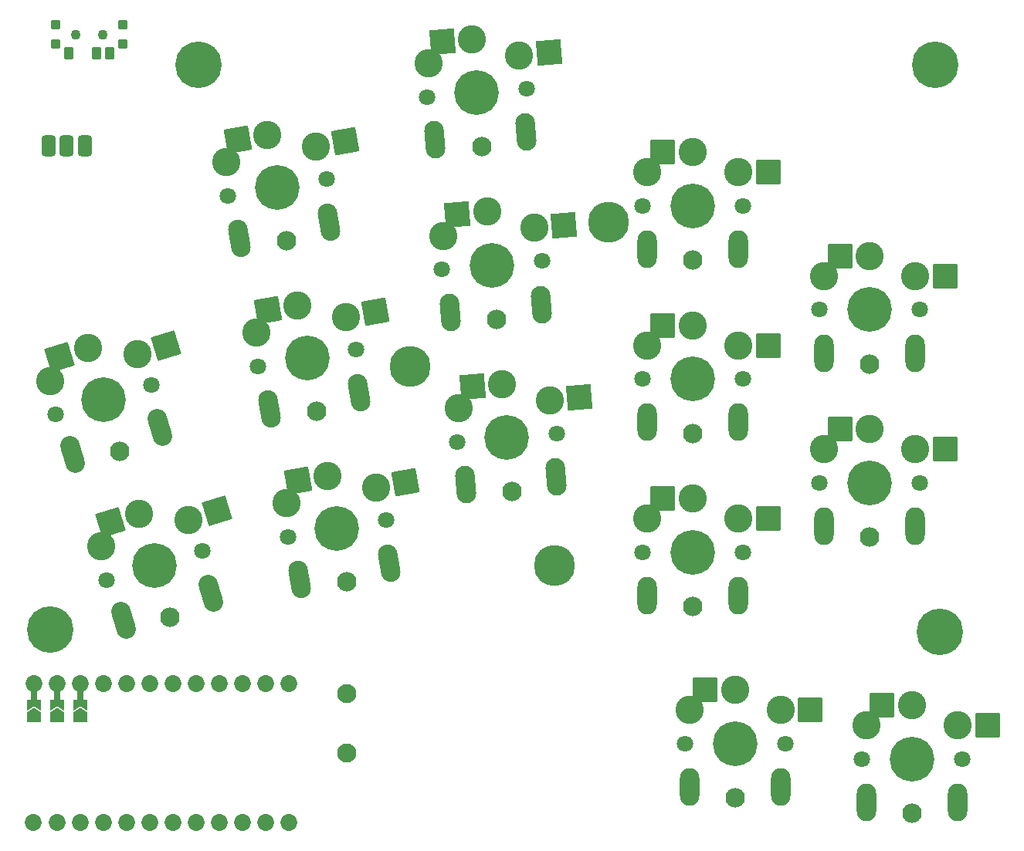
<source format=gbr>
%TF.GenerationSoftware,KiCad,Pcbnew,(6.0.4)*%
%TF.CreationDate,2022-08-11T03:07:44+02:00*%
%TF.ProjectId,wizza,77697a7a-612e-46b6-9963-61645f706362,v1.0.0*%
%TF.SameCoordinates,Original*%
%TF.FileFunction,Soldermask,Bot*%
%TF.FilePolarity,Negative*%
%FSLAX46Y46*%
G04 Gerber Fmt 4.6, Leading zero omitted, Abs format (unit mm)*
G04 Created by KiCad (PCBNEW (6.0.4)) date 2022-08-11 03:07:44*
%MOMM*%
%LPD*%
G01*
G04 APERTURE LIST*
G04 Aperture macros list*
%AMRoundRect*
0 Rectangle with rounded corners*
0 $1 Rounding radius*
0 $2 $3 $4 $5 $6 $7 $8 $9 X,Y pos of 4 corners*
0 Add a 4 corners polygon primitive as box body*
4,1,4,$2,$3,$4,$5,$6,$7,$8,$9,$2,$3,0*
0 Add four circle primitives for the rounded corners*
1,1,$1+$1,$2,$3*
1,1,$1+$1,$4,$5*
1,1,$1+$1,$6,$7*
1,1,$1+$1,$8,$9*
0 Add four rect primitives between the rounded corners*
20,1,$1+$1,$2,$3,$4,$5,0*
20,1,$1+$1,$4,$5,$6,$7,0*
20,1,$1+$1,$6,$7,$8,$9,0*
20,1,$1+$1,$8,$9,$2,$3,0*%
%AMHorizOval*
0 Thick line with rounded ends*
0 $1 width*
0 $2 $3 position (X,Y) of the first rounded end (center of the circle)*
0 $4 $5 position (X,Y) of the second rounded end (center of the circle)*
0 Add line between two ends*
20,1,$1,$2,$3,$4,$5,0*
0 Add two circle primitives to create the rounded ends*
1,1,$1,$2,$3*
1,1,$1,$4,$5*%
%AMFreePoly0*
4,1,16,0.685355,0.785355,0.700000,0.750000,0.691603,0.722265,0.210093,0.000000,0.691603,-0.722265,0.699029,-0.759806,0.677735,-0.791603,0.650000,-0.800000,-0.500000,-0.800000,-0.535355,-0.785355,-0.550000,-0.750000,-0.550000,0.750000,-0.535355,0.785355,-0.500000,0.800000,0.650000,0.800000,0.685355,0.785355,0.685355,0.785355,$1*%
%AMFreePoly1*
4,1,16,0.535355,0.785355,0.550000,0.750000,0.550000,-0.750000,0.535355,-0.785355,0.500000,-0.800000,-0.500000,-0.800000,-0.535355,-0.785355,-0.541603,-0.777735,-1.041603,-0.027735,-1.049029,0.009806,-1.041603,0.027735,-0.541603,0.777735,-0.509806,0.799029,-0.500000,0.800000,0.500000,0.800000,0.535355,0.785355,0.535355,0.785355,$1*%
G04 Aperture macros list end*
%ADD10C,3.100000*%
%ADD11C,1.801800*%
%ADD12C,4.900000*%
%ADD13RoundRect,0.050000X-1.181751X-1.408356X1.408356X-1.181751X1.181751X1.408356X-1.408356X1.181751X0*%
%ADD14HorizOval,2.132000X-0.087156X0.996195X0.087156X-0.996195X0*%
%ADD15C,2.132000*%
%ADD16HorizOval,2.132000X-0.173648X0.984808X0.173648X-0.984808X0*%
%ADD17RoundRect,0.050000X-1.054507X-1.505993X1.505993X-1.054507X1.054507X1.505993X-1.505993X1.054507X0*%
%ADD18RoundRect,0.050000X-0.250000X-0.762000X0.250000X-0.762000X0.250000X0.762000X-0.250000X0.762000X0*%
%ADD19C,1.852600*%
%ADD20FreePoly0,270.000000*%
%ADD21FreePoly1,270.000000*%
%ADD22C,4.500000*%
%ADD23RoundRect,0.050000X-0.863113X-1.623279X1.623279X-0.863113X0.863113X1.623279X-1.623279X0.863113X0*%
%ADD24HorizOval,2.132000X-0.292372X0.956305X0.292372X-0.956305X0*%
%ADD25C,5.100000*%
%ADD26O,2.132000X4.132000*%
%ADD27RoundRect,0.050000X-1.300000X-1.300000X1.300000X-1.300000X1.300000X1.300000X-1.300000X1.300000X0*%
%ADD28RoundRect,0.050000X-0.450000X-0.450000X0.450000X-0.450000X0.450000X0.450000X-0.450000X0.450000X0*%
%ADD29C,1.100000*%
%ADD30RoundRect,0.050000X-0.450000X-0.625000X0.450000X-0.625000X0.450000X0.625000X-0.450000X0.625000X0*%
%ADD31RoundRect,0.425000X-0.375000X-0.750000X0.375000X-0.750000X0.375000X0.750000X-0.375000X0.750000X0*%
%ADD32C,2.100000*%
G04 APERTURE END LIST*
D10*
%TO.C,S7*%
X248572246Y-78578358D03*
D11*
X254564702Y-83967001D03*
D12*
X249085631Y-84446358D03*
D10*
X253744962Y-80334208D03*
D11*
X243606560Y-84925714D03*
D10*
X243783015Y-81205766D03*
D13*
X245309708Y-78863793D03*
D14*
X254481428Y-88752053D03*
X244519300Y-89621534D03*
D13*
X257007500Y-80048773D03*
D15*
X249605042Y-90383265D03*
%TD*%
D12*
%TO.C,S8*%
X247429672Y-65518659D03*
D10*
X252089003Y-61406509D03*
X242127056Y-62278067D03*
D11*
X252908743Y-65039302D03*
X241950601Y-65998015D03*
D10*
X246916287Y-59650659D03*
D13*
X243653749Y-59936094D03*
D14*
X242863341Y-70693835D03*
X252825469Y-69824354D03*
D15*
X247949083Y-71455566D03*
D13*
X255351541Y-61121074D03*
%TD*%
D10*
%TO.C,S4*%
X233099278Y-90127227D03*
X223251201Y-91863709D03*
D11*
X223399631Y-95584881D03*
D12*
X228816074Y-94629816D03*
D11*
X234232517Y-93674751D03*
D10*
X227793213Y-88828890D03*
D16*
X234566605Y-98448853D03*
D17*
X224567967Y-89397588D03*
D16*
X224718166Y-100183281D03*
D17*
X236324524Y-89558529D03*
D15*
X229850944Y-100498862D03*
%TD*%
D18*
%TO.C,MCU1*%
X203962000Y-131717523D03*
D19*
X198798254Y-145574000D03*
X198882000Y-130334000D03*
D18*
X201422000Y-131717523D03*
D19*
X201422000Y-145574000D03*
X203962000Y-130334000D03*
X201422000Y-130334000D03*
D20*
X198882000Y-132667523D03*
X201422000Y-132667523D03*
D18*
X198882000Y-131717523D03*
D19*
X203962000Y-145574000D03*
D20*
X203962000Y-132667523D03*
D21*
X198882000Y-134117523D03*
X201422000Y-134117523D03*
X203962000Y-134117523D03*
D19*
X206502000Y-145574000D03*
X209042000Y-145574000D03*
X211582000Y-145574000D03*
X214122000Y-145574000D03*
X216662000Y-145574000D03*
X219202000Y-145574000D03*
X221742000Y-145574000D03*
X224282000Y-145574000D03*
X226822000Y-145574000D03*
X206502000Y-130334000D03*
X209042000Y-130334000D03*
X211582000Y-130334000D03*
X214122000Y-130334000D03*
X216662000Y-130334000D03*
X219202000Y-130334000D03*
X221742000Y-130334000D03*
X224282000Y-130334000D03*
X226822000Y-130334000D03*
%TD*%
D22*
%TO.C,*%
X255913847Y-117386926D03*
X261874000Y-79756000D03*
X240078461Y-95591387D03*
%TD*%
D11*
%TO.C,S1*%
X217339995Y-115754260D03*
D10*
X210358127Y-111729273D03*
X206219821Y-115295003D03*
D12*
X212080319Y-117362305D03*
D10*
X215782869Y-112371286D03*
D11*
X206820643Y-118970349D03*
D23*
X207226228Y-112686791D03*
D24*
X218253410Y-120452061D03*
X208689753Y-123373784D03*
D23*
X218914767Y-111413769D03*
D15*
X213822732Y-123061484D03*
%TD*%
D25*
%TO.C,*%
X200660000Y-124460000D03*
%TD*%
D10*
%TO.C,S9*%
X276115600Y-112236367D03*
D11*
X276615601Y-115926781D03*
D12*
X271115601Y-115926781D03*
D11*
X265615601Y-115926781D03*
D10*
X266115600Y-112236367D03*
X271115600Y-110036366D03*
D26*
X276115600Y-120686367D03*
D27*
X267840599Y-110036366D03*
D26*
X266115600Y-120684282D03*
D15*
X271115600Y-121886366D03*
D27*
X279390600Y-112236367D03*
%TD*%
D10*
%TO.C,S12*%
X295515600Y-104636367D03*
X285515600Y-104636367D03*
D11*
X285015601Y-108326781D03*
D12*
X290515601Y-108326781D03*
D11*
X296015601Y-108326781D03*
D10*
X290515600Y-102436366D03*
D26*
X285515600Y-113084282D03*
D27*
X287240599Y-102436366D03*
D26*
X295515600Y-113086367D03*
D27*
X298790600Y-104636367D03*
D15*
X290515600Y-114286366D03*
%TD*%
D10*
%TO.C,S14*%
X280740600Y-133236367D03*
D11*
X270240601Y-136926781D03*
D12*
X275740601Y-136926781D03*
D10*
X270740600Y-133236367D03*
X275740600Y-131036366D03*
D11*
X281240601Y-136926781D03*
D26*
X270740600Y-141684282D03*
X280740600Y-141686367D03*
D27*
X272465599Y-131036366D03*
X284015600Y-133236367D03*
D15*
X275740600Y-142886366D03*
%TD*%
D10*
%TO.C,S3*%
X236398594Y-108838574D03*
X231092529Y-107540237D03*
X226550517Y-110575056D03*
D12*
X232115390Y-113341163D03*
D11*
X226698947Y-114296228D03*
X237531833Y-112386098D03*
D16*
X228017482Y-118894628D03*
D17*
X227867283Y-108108935D03*
D16*
X237865921Y-117160200D03*
D17*
X239623840Y-108269876D03*
D15*
X233150260Y-119210209D03*
%TD*%
D28*
%TO.C,T2*%
X208650615Y-58006416D03*
X201250615Y-58006416D03*
X208650615Y-60206416D03*
X201250615Y-60206416D03*
D29*
X203450615Y-59106416D03*
X206450615Y-59106416D03*
D30*
X202700615Y-61181416D03*
X205700615Y-61181416D03*
X207200615Y-61181416D03*
%TD*%
D25*
%TO.C,*%
X297688000Y-62484000D03*
%TD*%
%TO.C,*%
X216916000Y-62484000D03*
%TD*%
D12*
%TO.C,S6*%
X250741591Y-103374057D03*
D10*
X255400922Y-99261907D03*
D11*
X256220662Y-102894700D03*
D10*
X245438975Y-100133465D03*
X250228206Y-97506057D03*
D11*
X245262520Y-103853413D03*
D14*
X246175260Y-108549233D03*
D13*
X246965668Y-97791492D03*
D14*
X256137388Y-107679752D03*
D13*
X258663460Y-98976472D03*
D15*
X251261002Y-109310964D03*
%TD*%
D25*
%TO.C,*%
X298196000Y-124714000D03*
%TD*%
D11*
%TO.C,S15*%
X300640601Y-138636781D03*
D12*
X295140601Y-138636781D03*
D10*
X290140600Y-134946367D03*
D11*
X289640601Y-138636781D03*
D10*
X295140600Y-132746366D03*
X300140600Y-134946367D03*
D27*
X291865599Y-132746366D03*
D26*
X300140600Y-143396367D03*
X290140600Y-143394282D03*
D27*
X303415600Y-134946367D03*
D15*
X295140600Y-144596366D03*
%TD*%
D31*
%TO.C,PAD1*%
X204470000Y-71374000D03*
X202470000Y-71374000D03*
X200470000Y-71374000D03*
%TD*%
D32*
%TO.C,B1*%
X233172000Y-137954000D03*
X233172000Y-131454000D03*
%TD*%
D12*
%TO.C,S11*%
X271115601Y-77926781D03*
D11*
X265615601Y-77926781D03*
X276615601Y-77926781D03*
D10*
X276115600Y-74236367D03*
X271115600Y-72036366D03*
X266115600Y-74236367D03*
D27*
X267840599Y-72036366D03*
D26*
X266115600Y-82684282D03*
X276115600Y-82686367D03*
D27*
X279390600Y-74236367D03*
D15*
X271115600Y-83886366D03*
%TD*%
D11*
%TO.C,S2*%
X201265580Y-100800558D03*
D10*
X200664758Y-97125212D03*
X210227806Y-94201495D03*
D11*
X211784932Y-97584469D03*
D12*
X206525256Y-99192514D03*
D10*
X204803064Y-93559482D03*
D24*
X203134690Y-105203993D03*
D23*
X201671165Y-94517000D03*
D24*
X212698347Y-102282270D03*
D23*
X213359704Y-93243978D03*
D15*
X208267669Y-104891693D03*
%TD*%
D12*
%TO.C,S13*%
X290515601Y-89326781D03*
D10*
X295515600Y-85636367D03*
D11*
X296015601Y-89326781D03*
D10*
X285515600Y-85636367D03*
D11*
X285015601Y-89326781D03*
D10*
X290515600Y-83436366D03*
D26*
X295515600Y-94086367D03*
D27*
X287240599Y-83436366D03*
D26*
X285515600Y-94084282D03*
D15*
X290515600Y-95286366D03*
D27*
X298790600Y-85636367D03*
%TD*%
D12*
%TO.C,S5*%
X225516759Y-75918469D03*
D10*
X219951886Y-73152362D03*
D11*
X220100316Y-76873534D03*
D10*
X224493898Y-70117543D03*
X229799963Y-71415880D03*
D11*
X230933202Y-74963404D03*
D16*
X231267290Y-79737506D03*
X221418851Y-81471934D03*
D17*
X221268652Y-70686241D03*
D15*
X226551629Y-81787515D03*
D17*
X233025209Y-70847182D03*
%TD*%
D10*
%TO.C,S10*%
X276115600Y-93236367D03*
X271115600Y-91036366D03*
D12*
X271115601Y-96926781D03*
D11*
X265615601Y-96926781D03*
X276615601Y-96926781D03*
D10*
X266115600Y-93236367D03*
D26*
X266115600Y-101684282D03*
X276115600Y-101686367D03*
D27*
X267840599Y-91036366D03*
X279390600Y-93236367D03*
D15*
X271115600Y-102886366D03*
%TD*%
M02*

</source>
